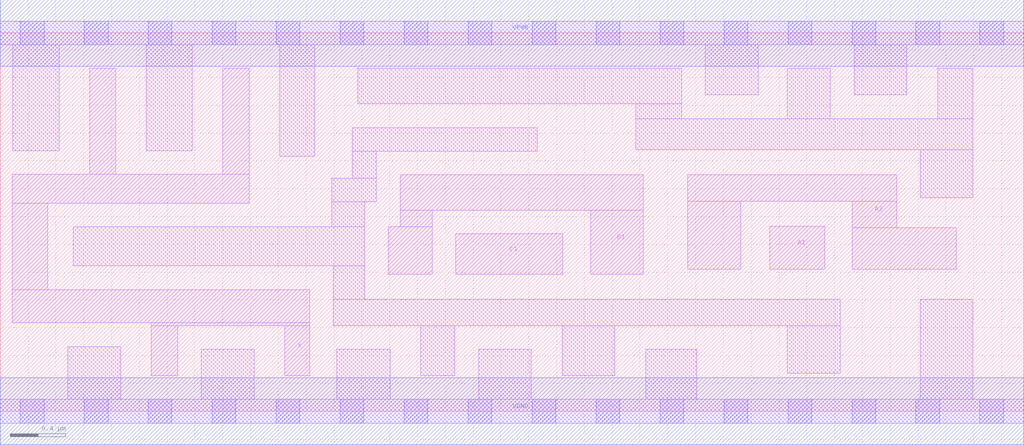
<source format=lef>
# Copyright 2020 The SkyWater PDK Authors
#
# Licensed under the Apache License, Version 2.0 (the "License");
# you may not use this file except in compliance with the License.
# You may obtain a copy of the License at
#
#     https://www.apache.org/licenses/LICENSE-2.0
#
# Unless required by applicable law or agreed to in writing, software
# distributed under the License is distributed on an "AS IS" BASIS,
# WITHOUT WARRANTIES OR CONDITIONS OF ANY KIND, either express or implied.
# See the License for the specific language governing permissions and
# limitations under the License.
#
# SPDX-License-Identifier: Apache-2.0

VERSION 5.7 ;
BUSBITCHARS "[]" ;
DIVIDERCHAR "/" ;
PROPERTYDEFINITIONS
  MACRO maskLayoutSubType STRING ;
  MACRO prCellType STRING ;
  MACRO originalViewName STRING ;
END PROPERTYDEFINITIONS
MACRO sky130_fd_sc_hdll__a211o_4
  ORIGIN  0.000000  0.000000 ;
  CLASS CORE ;
  SYMMETRY X Y R90 ;
  SIZE  7.360000 BY  2.720000 ;
  SITE unithd ;
  PIN A1
    ANTENNAGATEAREA  0.555000 ;
    DIRECTION INPUT ;
    USE SIGNAL ;
    PORT
      LAYER li1 ;
        RECT 5.535000 1.020000 5.930000 1.330000 ;
    END
  END A1
  PIN A2
    ANTENNAGATEAREA  0.555000 ;
    DIRECTION INPUT ;
    USE SIGNAL ;
    PORT
      LAYER li1 ;
        RECT 4.945000 1.020000 5.325000 1.510000 ;
        RECT 4.945000 1.510000 6.445000 1.700000 ;
        RECT 6.125000 1.020000 6.875000 1.320000 ;
        RECT 6.125000 1.320000 6.445000 1.510000 ;
    END
  END A2
  PIN B1
    ANTENNAGATEAREA  0.555000 ;
    DIRECTION INPUT ;
    USE SIGNAL ;
    PORT
      LAYER li1 ;
        RECT 2.790000 0.985000 3.105000 1.325000 ;
        RECT 2.875000 1.325000 3.105000 1.445000 ;
        RECT 2.875000 1.445000 4.625000 1.700000 ;
        RECT 4.245000 0.985000 4.625000 1.445000 ;
    END
  END B1
  PIN C1
    ANTENNAGATEAREA  0.555000 ;
    DIRECTION INPUT ;
    USE SIGNAL ;
    PORT
      LAYER li1 ;
        RECT 3.275000 0.985000 4.045000 1.275000 ;
    END
  END C1
  PIN VGND
    DIRECTION INOUT ;
    USE SIGNAL ;
    PORT
      LAYER met1 ;
        RECT 0.000000 -0.240000 7.360000 0.240000 ;
    END
  END VGND
  PIN VPWR
    DIRECTION INOUT ;
    USE SIGNAL ;
    PORT
      LAYER met1 ;
        RECT 0.000000 2.480000 7.360000 2.960000 ;
    END
  END VPWR
  PIN X
    ANTENNADIFFAREA  1.071300 ;
    DIRECTION OUTPUT ;
    USE SIGNAL ;
    PORT
      LAYER li1 ;
        RECT 0.085000 0.635000 2.225000 0.875000 ;
        RECT 0.085000 0.875000 0.340000 1.495000 ;
        RECT 0.085000 1.495000 1.790000 1.705000 ;
        RECT 0.645000 1.705000 0.830000 2.465000 ;
        RECT 1.085000 0.255000 1.275000 0.615000 ;
        RECT 1.085000 0.615000 2.225000 0.635000 ;
        RECT 1.600000 1.705000 1.790000 2.465000 ;
        RECT 2.045000 0.255000 2.225000 0.615000 ;
    END
  END X
  OBS
    LAYER li1 ;
      RECT 0.000000 -0.085000 7.360000 0.085000 ;
      RECT 0.000000  2.635000 7.360000 2.805000 ;
      RECT 0.090000  1.875000 0.425000 2.635000 ;
      RECT 0.485000  0.085000 0.865000 0.465000 ;
      RECT 0.525000  1.045000 2.620000 1.325000 ;
      RECT 1.050000  1.875000 1.380000 2.635000 ;
      RECT 1.445000  0.085000 1.825000 0.445000 ;
      RECT 2.010000  1.835000 2.260000 2.635000 ;
      RECT 2.385000  1.325000 2.620000 1.505000 ;
      RECT 2.385000  1.505000 2.705000 1.675000 ;
      RECT 2.395000  0.615000 6.040000 0.805000 ;
      RECT 2.395000  0.805000 2.620000 1.045000 ;
      RECT 2.420000  0.085000 2.805000 0.445000 ;
      RECT 2.530000  1.675000 2.705000 1.870000 ;
      RECT 2.530000  1.870000 3.860000 2.040000 ;
      RECT 2.570000  2.210000 4.900000 2.465000 ;
      RECT 3.025000  0.255000 3.270000 0.615000 ;
      RECT 3.440000  0.085000 3.820000 0.445000 ;
      RECT 4.040000  0.255000 4.420000 0.615000 ;
      RECT 4.570000  1.880000 6.995000 2.105000 ;
      RECT 4.570000  2.105000 4.900000 2.210000 ;
      RECT 4.640000  0.085000 5.010000 0.445000 ;
      RECT 5.070000  2.275000 5.450000 2.635000 ;
      RECT 5.660000  0.275000 6.040000 0.615000 ;
      RECT 5.660000  2.105000 5.970000 2.465000 ;
      RECT 6.140000  2.275000 6.520000 2.635000 ;
      RECT 6.615000  0.085000 6.995000 0.805000 ;
      RECT 6.615000  1.535000 6.995000 1.880000 ;
      RECT 6.740000  2.105000 6.995000 2.465000 ;
    LAYER mcon ;
      RECT 0.145000 -0.085000 0.315000 0.085000 ;
      RECT 0.145000  2.635000 0.315000 2.805000 ;
      RECT 0.605000 -0.085000 0.775000 0.085000 ;
      RECT 0.605000  2.635000 0.775000 2.805000 ;
      RECT 1.065000 -0.085000 1.235000 0.085000 ;
      RECT 1.065000  2.635000 1.235000 2.805000 ;
      RECT 1.525000 -0.085000 1.695000 0.085000 ;
      RECT 1.525000  2.635000 1.695000 2.805000 ;
      RECT 1.985000 -0.085000 2.155000 0.085000 ;
      RECT 1.985000  2.635000 2.155000 2.805000 ;
      RECT 2.445000 -0.085000 2.615000 0.085000 ;
      RECT 2.445000  2.635000 2.615000 2.805000 ;
      RECT 2.905000 -0.085000 3.075000 0.085000 ;
      RECT 2.905000  2.635000 3.075000 2.805000 ;
      RECT 3.365000 -0.085000 3.535000 0.085000 ;
      RECT 3.365000  2.635000 3.535000 2.805000 ;
      RECT 3.825000 -0.085000 3.995000 0.085000 ;
      RECT 3.825000  2.635000 3.995000 2.805000 ;
      RECT 4.285000 -0.085000 4.455000 0.085000 ;
      RECT 4.285000  2.635000 4.455000 2.805000 ;
      RECT 4.745000 -0.085000 4.915000 0.085000 ;
      RECT 4.745000  2.635000 4.915000 2.805000 ;
      RECT 5.205000 -0.085000 5.375000 0.085000 ;
      RECT 5.205000  2.635000 5.375000 2.805000 ;
      RECT 5.665000 -0.085000 5.835000 0.085000 ;
      RECT 5.665000  2.635000 5.835000 2.805000 ;
      RECT 6.125000 -0.085000 6.295000 0.085000 ;
      RECT 6.125000  2.635000 6.295000 2.805000 ;
      RECT 6.585000 -0.085000 6.755000 0.085000 ;
      RECT 6.585000  2.635000 6.755000 2.805000 ;
      RECT 7.045000 -0.085000 7.215000 0.085000 ;
      RECT 7.045000  2.635000 7.215000 2.805000 ;
  END
  PROPERTY maskLayoutSubType "abstract" ;
  PROPERTY prCellType "standard" ;
  PROPERTY originalViewName "layout" ;
END sky130_fd_sc_hdll__a211o_4

</source>
